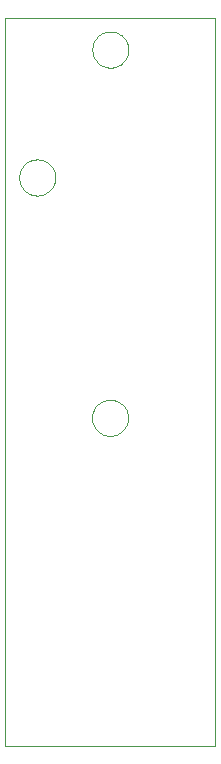
<source format=gko>
%FSDAX24Y24*%
%MOIN*%
%SFA1B1*%

%IPPOS*%
%ADD28C,0.001000*%
%LNpokey-switch-board-1*%
%LPD*%
G54D28*
X014102Y033200D02*
D01*
X014100Y033241*
X014096Y033283*
X014088Y033325*
X014078Y033365*
X014065Y033405*
X014049Y033444*
X014031Y033482*
X014010Y033519*
X013987Y033553*
X013961Y033586*
X013933Y033618*
X013902Y033647*
X013870Y033674*
X013836Y033699*
X013801Y033721*
X013763Y033741*
X013725Y033758*
X013686Y033772*
X013645Y033784*
X013604Y033792*
X013562Y033798*
X013521Y033801*
X013478*
X013437Y033798*
X013395Y033792*
X013354Y033784*
X013313Y033772*
X013274Y033758*
X013236Y033741*
X013199Y033721*
X013163Y033699*
X013129Y033674*
X013097Y033647*
X013066Y033618*
X013038Y033586*
X013012Y033553*
X012989Y033519*
X012968Y033482*
X012950Y033444*
X012934Y033405*
X012921Y033365*
X012911Y033325*
X012903Y033283*
X012899Y033241*
X012898Y033200*
X012899Y033158*
X012903Y033116*
X012911Y033074*
X012921Y033034*
X012934Y032994*
X012950Y032955*
X012968Y032917*
X012989Y032880*
X013012Y032846*
X013038Y032813*
X013066Y032781*
X013097Y032752*
X013129Y032725*
X013163Y032700*
X013199Y032678*
X013236Y032658*
X013274Y032641*
X013313Y032627*
X013354Y032615*
X013395Y032607*
X013437Y032601*
X013478Y032598*
X013521*
X013562Y032601*
X013604Y032607*
X013645Y032615*
X013686Y032627*
X013725Y032641*
X013763Y032658*
X013801Y032678*
X013836Y032700*
X013870Y032725*
X013902Y032752*
X013933Y032781*
X013961Y032813*
X013987Y032846*
X014010Y032880*
X014031Y032917*
X014049Y032955*
X014065Y032994*
X014078Y033034*
X014088Y033074*
X014096Y033116*
X014100Y033158*
X014102Y033200*
X014092Y020930D02*
D01*
X014090Y020971*
X014086Y021013*
X014078Y021055*
X014068Y021095*
X014055Y021135*
X014039Y021174*
X014021Y021212*
X014000Y021249*
X013977Y021283*
X013951Y021316*
X013923Y021348*
X013892Y021377*
X013860Y021404*
X013826Y021429*
X013791Y021451*
X013753Y021471*
X013715Y021488*
X013676Y021502*
X013635Y021514*
X013594Y021522*
X013552Y021528*
X013511Y021531*
X013468*
X013427Y021528*
X013385Y021522*
X013344Y021514*
X013303Y021502*
X013264Y021488*
X013226Y021471*
X013189Y021451*
X013153Y021429*
X013119Y021404*
X013087Y021377*
X013056Y021348*
X013028Y021316*
X013002Y021283*
X012979Y021249*
X012958Y021212*
X012940Y021174*
X012924Y021135*
X012911Y021095*
X012901Y021055*
X012893Y021013*
X012889Y020971*
X012888Y020930*
X012889Y020888*
X012893Y020846*
X012901Y020804*
X012911Y020764*
X012924Y020724*
X012940Y020685*
X012958Y020647*
X012979Y020610*
X013002Y020576*
X013028Y020543*
X013056Y020511*
X013087Y020482*
X013119Y020455*
X013153Y020430*
X013189Y020408*
X013226Y020388*
X013264Y020371*
X013303Y020357*
X013344Y020345*
X013385Y020337*
X013427Y020331*
X013468Y020328*
X013511*
X013552Y020331*
X013594Y020337*
X013635Y020345*
X013676Y020357*
X013715Y020371*
X013753Y020388*
X013791Y020408*
X013826Y020430*
X013860Y020455*
X013892Y020482*
X013923Y020511*
X013951Y020543*
X013977Y020576*
X014000Y020610*
X014021Y020647*
X014039Y020685*
X014055Y020724*
X014068Y020764*
X014078Y020804*
X014086Y020846*
X014090Y020888*
X014092Y020930*
X011662Y028940D02*
D01*
X011660Y028981*
X011656Y029023*
X011648Y029065*
X011638Y029105*
X011625Y029145*
X011609Y029184*
X011591Y029222*
X011570Y029259*
X011547Y029293*
X011521Y029326*
X011493Y029358*
X011462Y029387*
X011430Y029414*
X011396Y029439*
X011361Y029461*
X011323Y029481*
X011285Y029498*
X011246Y029512*
X011205Y029524*
X011164Y029532*
X011122Y029538*
X011081Y029541*
X011038*
X010997Y029538*
X010955Y029532*
X010914Y029524*
X010873Y029512*
X010834Y029498*
X010796Y029481*
X010759Y029461*
X010723Y029439*
X010689Y029414*
X010657Y029387*
X010626Y029358*
X010598Y029326*
X010572Y029293*
X010549Y029259*
X010528Y029222*
X010510Y029184*
X010494Y029145*
X010481Y029105*
X010471Y029065*
X010463Y029023*
X010459Y028981*
X010458Y028940*
X010459Y028898*
X010463Y028856*
X010471Y028814*
X010481Y028774*
X010494Y028734*
X010510Y028695*
X010528Y028657*
X010549Y028620*
X010572Y028586*
X010598Y028553*
X010626Y028521*
X010657Y028492*
X010689Y028465*
X010723Y028440*
X010759Y028418*
X010796Y028398*
X010834Y028381*
X010873Y028367*
X010914Y028355*
X010955Y028347*
X010997Y028341*
X011038Y028338*
X011081*
X011122Y028341*
X011164Y028347*
X011205Y028355*
X011246Y028367*
X011285Y028381*
X011323Y028398*
X011361Y028418*
X011396Y028440*
X011430Y028465*
X011462Y028492*
X011493Y028521*
X011521Y028553*
X011547Y028586*
X011570Y028620*
X011591Y028657*
X011609Y028695*
X011625Y028734*
X011638Y028774*
X011648Y028814*
X011656Y028856*
X011660Y028898*
X011662Y028940*
X010000Y010000D02*
Y034250D01*
X017000*
Y010000D02*
Y034250D01*
X010000Y010000D02*
X017000D01*
M02*
</source>
